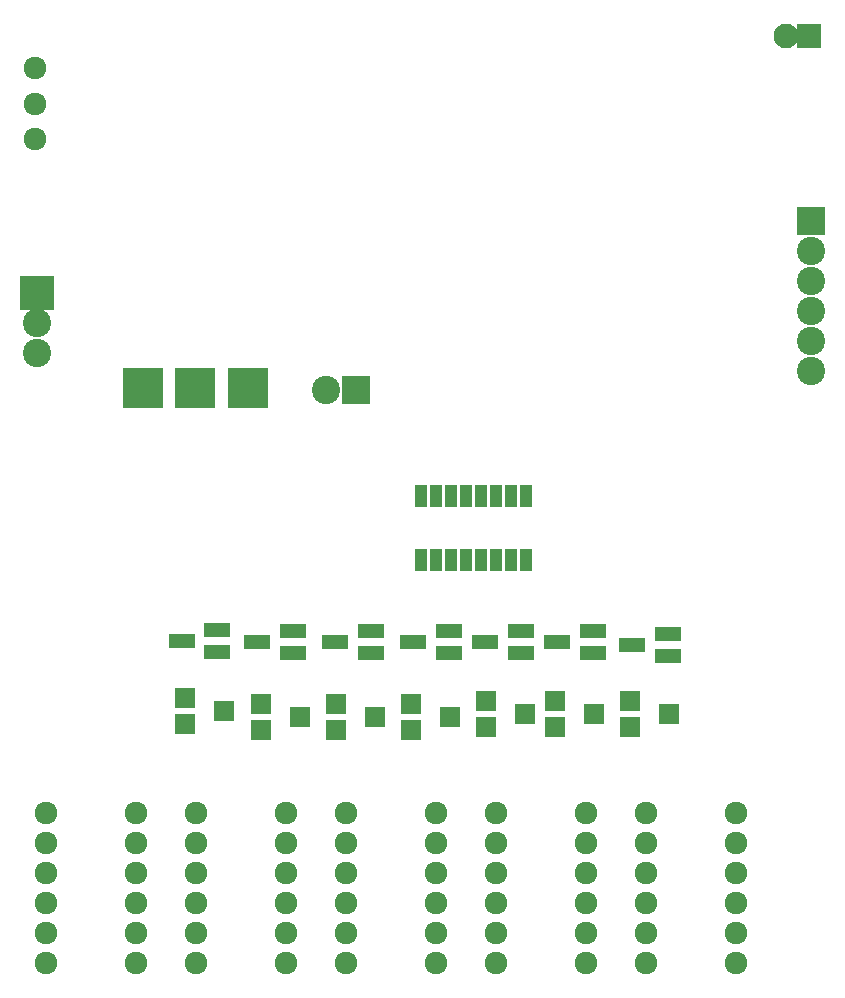
<source format=gbr>
G04 #@! TF.FileFunction,Soldermask,Bot*
%FSLAX46Y46*%
G04 Gerber Fmt 4.6, Leading zero omitted, Abs format (unit mm)*
G04 Created by KiCad (PCBNEW 4.0.2+dfsg1-stable) date Po  3. jún 2019, 21:27:26 CEST*
%MOMM*%
G01*
G04 APERTURE LIST*
%ADD10C,0.100000*%
%ADD11C,1.924000*%
%ADD12R,2.900000X2.900000*%
%ADD13C,2.400000*%
%ADD14R,2.100000X2.100000*%
%ADD15C,2.100000*%
%ADD16R,2.400000X2.400000*%
%ADD17R,1.800000X1.800000*%
%ADD18R,2.200860X1.200100*%
%ADD19R,1.000000X1.900000*%
%ADD20R,3.400000X3.400000*%
G04 APERTURE END LIST*
D10*
D11*
X120858000Y-61432000D03*
X120858000Y-64432000D03*
X120858000Y-67432000D03*
D12*
X121080000Y-80434000D03*
D13*
X121080000Y-82974000D03*
X121080000Y-85514000D03*
D11*
X134493000Y-124460000D03*
X134493000Y-127000000D03*
X134493000Y-129540000D03*
X134493000Y-132080000D03*
X134493000Y-134620000D03*
X134493000Y-137160000D03*
X142113000Y-137160000D03*
X142113000Y-134620000D03*
X142113000Y-132080000D03*
X142113000Y-129540000D03*
X142113000Y-127000000D03*
X142113000Y-124460000D03*
X121793000Y-124460000D03*
X121793000Y-127000000D03*
X121793000Y-129540000D03*
X121793000Y-132080000D03*
X121793000Y-134620000D03*
X121793000Y-137160000D03*
X129413000Y-137160000D03*
X129413000Y-134620000D03*
X129413000Y-132080000D03*
X129413000Y-129540000D03*
X129413000Y-127000000D03*
X129413000Y-124460000D03*
D14*
X186436000Y-58674000D03*
D15*
X184436000Y-58674000D03*
D16*
X186612000Y-74338000D03*
D13*
X186612000Y-76878000D03*
X186612000Y-79418000D03*
X186612000Y-81958000D03*
X186612000Y-84498000D03*
X186612000Y-87038000D03*
D11*
X172593000Y-124460000D03*
X172593000Y-127000000D03*
X172593000Y-129540000D03*
X172593000Y-132080000D03*
X172593000Y-134620000D03*
X172593000Y-137160000D03*
X180213000Y-137160000D03*
X180213000Y-134620000D03*
X180213000Y-132080000D03*
X180213000Y-129540000D03*
X180213000Y-127000000D03*
X180213000Y-124460000D03*
X147193000Y-124460000D03*
X147193000Y-127000000D03*
X147193000Y-129540000D03*
X147193000Y-132080000D03*
X147193000Y-134620000D03*
X147193000Y-137160000D03*
X154813000Y-137160000D03*
X154813000Y-134620000D03*
X154813000Y-132080000D03*
X154813000Y-129540000D03*
X154813000Y-127000000D03*
X154813000Y-124460000D03*
X159893000Y-124460000D03*
X159893000Y-127000000D03*
X159893000Y-129540000D03*
X159893000Y-132080000D03*
X159893000Y-134620000D03*
X159893000Y-137160000D03*
X167513000Y-137160000D03*
X167513000Y-134620000D03*
X167513000Y-132080000D03*
X167513000Y-129540000D03*
X167513000Y-127000000D03*
X167513000Y-124460000D03*
D17*
X171274000Y-117178000D03*
X171274000Y-114978000D03*
X174574000Y-116078000D03*
X164924000Y-117178000D03*
X164924000Y-114978000D03*
X168224000Y-116078000D03*
X159082000Y-117178000D03*
X159082000Y-114978000D03*
X162382000Y-116078000D03*
X152732000Y-117432000D03*
X152732000Y-115232000D03*
X156032000Y-116332000D03*
X146382000Y-117432000D03*
X146382000Y-115232000D03*
X149682000Y-116332000D03*
X140032000Y-117432000D03*
X140032000Y-115232000D03*
X143332000Y-116332000D03*
X133555000Y-116924000D03*
X133555000Y-114724000D03*
X136855000Y-115824000D03*
D18*
X174475140Y-109286000D03*
X174475140Y-111186000D03*
X171472860Y-110236000D03*
X168125140Y-109032000D03*
X168125140Y-110932000D03*
X165122860Y-109982000D03*
X162029140Y-109032000D03*
X162029140Y-110932000D03*
X159026860Y-109982000D03*
X155933140Y-109032000D03*
X155933140Y-110932000D03*
X152930860Y-109982000D03*
X149329140Y-109032000D03*
X149329140Y-110932000D03*
X146326860Y-109982000D03*
X142725140Y-109032000D03*
X142725140Y-110932000D03*
X139722860Y-109982000D03*
X136297140Y-108948000D03*
X136297140Y-110848000D03*
X133294860Y-109898000D03*
D19*
X162433000Y-103030000D03*
X161163000Y-103030000D03*
X159893000Y-103030000D03*
X158623000Y-103030000D03*
X157353000Y-103030000D03*
X156083000Y-103030000D03*
X154813000Y-103030000D03*
X153543000Y-103030000D03*
X153543000Y-97630000D03*
X154813000Y-97630000D03*
X156083000Y-97630000D03*
X157353000Y-97630000D03*
X158623000Y-97630000D03*
X159893000Y-97630000D03*
X161163000Y-97630000D03*
X162433000Y-97630000D03*
D20*
X138910000Y-88466000D03*
X134410000Y-88466000D03*
X130010000Y-88466000D03*
D16*
X148082000Y-88646000D03*
D13*
X145542000Y-88646000D03*
M02*

</source>
